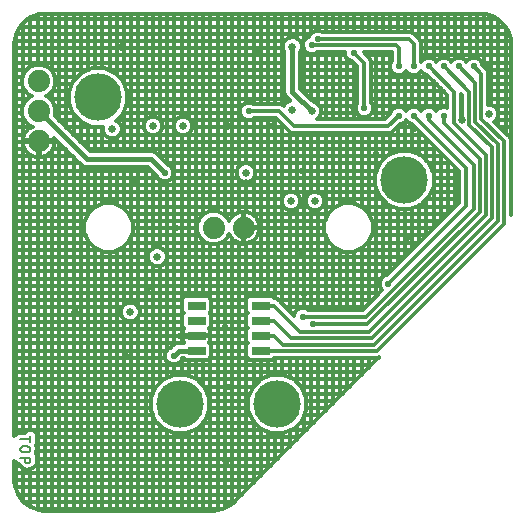
<source format=gbr>
G04 EAGLE Gerber RS-274X export*
G75*
%MOMM*%
%FSLAX34Y34*%
%LPD*%
%INTop Copper*%
%IPPOS*%
%AMOC8*
5,1,8,0,0,1.08239X$1,22.5*%
G01*
%ADD10C,0.177800*%
%ADD11C,1.879600*%
%ADD12R,1.525000X0.650000*%
%ADD13C,0.654000*%
%ADD14C,0.554000*%
%ADD15C,0.406400*%
%ADD16C,0.304800*%
%ADD17C,4.013200*%


D10*
X9779Y65363D02*
X18161Y65363D01*
X18161Y67691D02*
X18161Y63034D01*
X15833Y59157D02*
X12107Y59157D01*
X15833Y59156D02*
X15928Y59154D01*
X16023Y59148D01*
X16117Y59139D01*
X16211Y59125D01*
X16305Y59108D01*
X16397Y59087D01*
X16489Y59062D01*
X16579Y59033D01*
X16669Y59001D01*
X16757Y58965D01*
X16843Y58925D01*
X16928Y58883D01*
X17011Y58836D01*
X17092Y58786D01*
X17170Y58733D01*
X17247Y58677D01*
X17321Y58618D01*
X17393Y58556D01*
X17462Y58491D01*
X17529Y58423D01*
X17592Y58353D01*
X17653Y58279D01*
X17711Y58204D01*
X17765Y58126D01*
X17817Y58046D01*
X17865Y57964D01*
X17909Y57881D01*
X17951Y57795D01*
X17988Y57708D01*
X18022Y57619D01*
X18053Y57529D01*
X18080Y57438D01*
X18103Y57346D01*
X18122Y57253D01*
X18137Y57159D01*
X18149Y57065D01*
X18157Y56970D01*
X18161Y56875D01*
X18161Y56781D01*
X18157Y56686D01*
X18149Y56591D01*
X18137Y56497D01*
X18122Y56403D01*
X18103Y56310D01*
X18080Y56218D01*
X18053Y56127D01*
X18022Y56037D01*
X17988Y55948D01*
X17951Y55861D01*
X17909Y55775D01*
X17865Y55692D01*
X17817Y55610D01*
X17765Y55530D01*
X17711Y55452D01*
X17653Y55377D01*
X17592Y55303D01*
X17529Y55233D01*
X17462Y55165D01*
X17393Y55100D01*
X17321Y55038D01*
X17247Y54979D01*
X17170Y54923D01*
X17092Y54870D01*
X17011Y54820D01*
X16928Y54773D01*
X16843Y54731D01*
X16757Y54691D01*
X16669Y54655D01*
X16579Y54623D01*
X16489Y54594D01*
X16397Y54569D01*
X16305Y54548D01*
X16211Y54531D01*
X16117Y54517D01*
X16023Y54508D01*
X15928Y54502D01*
X15833Y54500D01*
X12107Y54500D01*
X12012Y54502D01*
X11917Y54508D01*
X11823Y54517D01*
X11729Y54531D01*
X11635Y54548D01*
X11543Y54569D01*
X11451Y54594D01*
X11361Y54623D01*
X11271Y54655D01*
X11183Y54691D01*
X11097Y54731D01*
X11012Y54773D01*
X10929Y54820D01*
X10848Y54870D01*
X10770Y54923D01*
X10693Y54979D01*
X10619Y55038D01*
X10547Y55100D01*
X10478Y55165D01*
X10411Y55233D01*
X10348Y55303D01*
X10287Y55377D01*
X10229Y55452D01*
X10175Y55530D01*
X10123Y55610D01*
X10075Y55692D01*
X10031Y55775D01*
X9989Y55861D01*
X9952Y55948D01*
X9918Y56037D01*
X9887Y56127D01*
X9860Y56218D01*
X9837Y56310D01*
X9818Y56403D01*
X9803Y56497D01*
X9791Y56591D01*
X9783Y56686D01*
X9779Y56781D01*
X9779Y56875D01*
X9783Y56970D01*
X9791Y57065D01*
X9803Y57159D01*
X9818Y57253D01*
X9837Y57346D01*
X9860Y57438D01*
X9887Y57529D01*
X9918Y57619D01*
X9952Y57708D01*
X9989Y57795D01*
X10031Y57881D01*
X10075Y57964D01*
X10123Y58046D01*
X10175Y58126D01*
X10229Y58204D01*
X10287Y58279D01*
X10348Y58353D01*
X10411Y58423D01*
X10478Y58491D01*
X10547Y58556D01*
X10619Y58618D01*
X10693Y58677D01*
X10770Y58733D01*
X10848Y58786D01*
X10929Y58836D01*
X11012Y58883D01*
X11097Y58925D01*
X11183Y58965D01*
X11271Y59001D01*
X11361Y59033D01*
X11451Y59062D01*
X11543Y59087D01*
X11635Y59108D01*
X11729Y59125D01*
X11823Y59139D01*
X11917Y59148D01*
X12012Y59154D01*
X12107Y59156D01*
X9779Y49492D02*
X18161Y49492D01*
X18161Y47164D01*
X18159Y47069D01*
X18153Y46974D01*
X18144Y46880D01*
X18130Y46786D01*
X18113Y46692D01*
X18092Y46600D01*
X18067Y46508D01*
X18038Y46418D01*
X18006Y46328D01*
X17970Y46240D01*
X17930Y46154D01*
X17888Y46069D01*
X17841Y45986D01*
X17791Y45905D01*
X17738Y45827D01*
X17682Y45750D01*
X17623Y45676D01*
X17561Y45604D01*
X17496Y45535D01*
X17428Y45468D01*
X17358Y45405D01*
X17284Y45344D01*
X17209Y45286D01*
X17131Y45232D01*
X17051Y45180D01*
X16969Y45132D01*
X16886Y45088D01*
X16800Y45046D01*
X16713Y45009D01*
X16624Y44975D01*
X16534Y44944D01*
X16443Y44917D01*
X16351Y44894D01*
X16258Y44875D01*
X16164Y44860D01*
X16070Y44848D01*
X15975Y44840D01*
X15880Y44836D01*
X15786Y44836D01*
X15691Y44840D01*
X15596Y44848D01*
X15502Y44860D01*
X15408Y44875D01*
X15315Y44894D01*
X15223Y44917D01*
X15132Y44944D01*
X15042Y44975D01*
X14953Y45009D01*
X14866Y45046D01*
X14780Y45088D01*
X14697Y45132D01*
X14615Y45180D01*
X14535Y45232D01*
X14457Y45286D01*
X14382Y45344D01*
X14308Y45405D01*
X14238Y45468D01*
X14170Y45535D01*
X14105Y45604D01*
X14043Y45676D01*
X13984Y45750D01*
X13928Y45827D01*
X13875Y45905D01*
X13825Y45986D01*
X13778Y46069D01*
X13736Y46154D01*
X13696Y46240D01*
X13660Y46328D01*
X13628Y46418D01*
X13599Y46508D01*
X13574Y46600D01*
X13553Y46692D01*
X13536Y46786D01*
X13522Y46880D01*
X13513Y46974D01*
X13507Y47069D01*
X13505Y47164D01*
X13504Y47164D02*
X13504Y49492D01*
D11*
X173480Y244350D03*
X198880Y244350D03*
X25400Y342900D03*
X25400Y317500D03*
X25400Y368300D03*
D12*
X213300Y140300D03*
X213300Y153000D03*
X213300Y165700D03*
X213300Y178400D03*
X159060Y178400D03*
X159060Y165700D03*
X159060Y153000D03*
X159060Y140300D03*
D13*
X185420Y330200D03*
X200660Y281940D03*
X210820Y393700D03*
X406400Y381000D03*
X383540Y335280D03*
D14*
X250190Y187960D03*
X182880Y160020D03*
X118110Y193040D03*
X105410Y283210D03*
D13*
X337820Y236220D03*
X184150Y46990D03*
X95250Y397510D03*
D14*
X342900Y327660D03*
X144780Y152400D03*
D15*
X158460Y152400D02*
X159060Y153000D01*
X158460Y152400D02*
X144780Y152400D01*
D14*
X99060Y135890D03*
D13*
X248920Y292100D03*
X248920Y266700D03*
X292100Y345440D03*
X223520Y330200D03*
X311150Y306070D03*
X55880Y172720D03*
D16*
X383794Y334757D02*
X383794Y356885D01*
X383286Y335265D02*
X383794Y334757D01*
X383286Y335265D02*
X383286Y357393D01*
X383794Y356885D01*
X252381Y405004D02*
X250316Y402939D01*
X249198Y400240D01*
X249198Y397320D01*
X250316Y394621D01*
X252381Y392556D01*
X255080Y391438D01*
X258000Y391438D01*
X260699Y392556D01*
X260827Y392684D01*
X284758Y392684D01*
X284758Y390970D01*
X285876Y388271D01*
X287941Y386206D01*
X290640Y385088D01*
X290821Y385088D01*
X294894Y381015D01*
X294894Y349727D01*
X294766Y349599D01*
X293648Y346900D01*
X293648Y343980D01*
X294766Y341281D01*
X296831Y339216D01*
X299530Y338098D01*
X302450Y338098D01*
X305149Y339216D01*
X307214Y341281D01*
X308332Y343980D01*
X308332Y346900D01*
X307214Y349599D01*
X307086Y349727D01*
X307086Y384753D01*
X306158Y386993D01*
X304443Y388708D01*
X300467Y392684D01*
X324104Y392684D01*
X324104Y385287D01*
X323976Y385159D01*
X322858Y382460D01*
X322858Y379540D01*
X323976Y376841D01*
X326041Y374776D01*
X328740Y373658D01*
X331660Y373658D01*
X334359Y374776D01*
X336424Y376841D01*
X336550Y377145D01*
X336676Y376841D01*
X338741Y374776D01*
X341440Y373658D01*
X344360Y373658D01*
X347059Y374776D01*
X349124Y376841D01*
X349250Y377145D01*
X349376Y376841D01*
X351441Y374776D01*
X354140Y373658D01*
X354321Y373658D01*
X371094Y356885D01*
X371094Y345880D01*
X369760Y346432D01*
X366840Y346432D01*
X364141Y345314D01*
X362076Y343249D01*
X361950Y342945D01*
X361824Y343249D01*
X359759Y345314D01*
X357060Y346432D01*
X354140Y346432D01*
X351441Y345314D01*
X349376Y343249D01*
X349250Y342945D01*
X349124Y343249D01*
X347059Y345314D01*
X344360Y346432D01*
X341440Y346432D01*
X338741Y345314D01*
X336676Y343249D01*
X336550Y342945D01*
X336424Y343249D01*
X334359Y345314D01*
X331660Y346432D01*
X328740Y346432D01*
X326041Y345314D01*
X323976Y343249D01*
X322858Y340550D01*
X322858Y340369D01*
X318785Y336296D01*
X261026Y336296D01*
X263188Y338458D01*
X264382Y341340D01*
X264382Y344460D01*
X263188Y347342D01*
X260982Y349548D01*
X258100Y350742D01*
X258037Y350742D01*
X246634Y362145D01*
X246634Y393024D01*
X246678Y393068D01*
X247872Y395950D01*
X247872Y399070D01*
X246678Y401952D01*
X244472Y404158D01*
X241590Y405352D01*
X238470Y405352D01*
X235588Y404158D01*
X233382Y401952D01*
X232188Y399070D01*
X232188Y395950D01*
X233382Y393068D01*
X233426Y393024D01*
X233426Y358096D01*
X234431Y355669D01*
X236289Y353811D01*
X236289Y353811D01*
X238200Y351900D01*
X235588Y350818D01*
X233382Y348612D01*
X232833Y347288D01*
X232053Y348068D01*
X229813Y348996D01*
X207487Y348996D01*
X207359Y349124D01*
X204660Y350242D01*
X201740Y350242D01*
X199041Y349124D01*
X196976Y347059D01*
X195858Y344360D01*
X195858Y341440D01*
X196976Y338741D01*
X199041Y336676D01*
X201740Y335558D01*
X204660Y335558D01*
X207359Y336676D01*
X207487Y336804D01*
X226075Y336804D01*
X236132Y326747D01*
X237847Y325032D01*
X240087Y324104D01*
X322523Y324104D01*
X324763Y325032D01*
X326478Y326747D01*
X331479Y331748D01*
X331660Y331748D01*
X334359Y332866D01*
X336424Y334931D01*
X336550Y335235D01*
X336676Y334931D01*
X338741Y332866D01*
X341440Y331748D01*
X341621Y331748D01*
X381254Y292115D01*
X381254Y265415D01*
X320031Y204192D01*
X319850Y204192D01*
X317151Y203074D01*
X315086Y201009D01*
X313968Y198310D01*
X313968Y195390D01*
X315086Y192691D01*
X316253Y191524D01*
X299735Y175006D01*
X253207Y175006D01*
X253079Y175134D01*
X250380Y176252D01*
X247460Y176252D01*
X244761Y175134D01*
X242696Y173069D01*
X241578Y170370D01*
X241578Y169633D01*
X227643Y183568D01*
X225403Y184496D01*
X224545Y184496D01*
X222819Y186222D01*
X203781Y186222D01*
X201103Y183544D01*
X201103Y173256D01*
X202309Y172050D01*
X201103Y170844D01*
X201103Y160556D01*
X202309Y159350D01*
X201103Y158144D01*
X201103Y147856D01*
X202309Y146650D01*
X201103Y145444D01*
X201103Y135156D01*
X203781Y132478D01*
X222819Y132478D01*
X224545Y134204D01*
X312963Y134204D01*
X313424Y134395D01*
X192605Y13577D01*
X192588Y13577D01*
X191230Y12201D01*
X191219Y12190D01*
X188756Y10003D01*
X183081Y6678D01*
X176739Y4935D01*
X173453Y4699D01*
X29972Y4699D01*
X26018Y5010D01*
X18498Y7454D01*
X12101Y12101D01*
X7454Y18498D01*
X5010Y26018D01*
X4699Y29972D01*
X4699Y46849D01*
X7517Y44031D01*
X8481Y44031D01*
X11019Y40538D01*
X11019Y40538D01*
X11019Y40538D01*
X15833Y38973D01*
X15833Y38973D01*
X20647Y40538D01*
X20647Y40538D01*
X23622Y44633D01*
X23622Y51754D01*
X22680Y52696D01*
X24023Y56828D01*
X24023Y56828D01*
X22957Y60108D01*
X23622Y60772D01*
X23622Y69953D01*
X20423Y73152D01*
X15899Y73152D01*
X13571Y70824D01*
X7517Y70824D01*
X4699Y68006D01*
X4699Y400050D01*
X5010Y404004D01*
X7454Y411524D01*
X12101Y417921D01*
X18498Y422568D01*
X26018Y425012D01*
X29972Y425323D01*
X400050Y425323D01*
X404004Y425012D01*
X411524Y422568D01*
X417921Y417921D01*
X422568Y411524D01*
X425012Y404004D01*
X425323Y400050D01*
X425323Y256569D01*
X425196Y254802D01*
X425196Y318713D01*
X424268Y320953D01*
X411176Y334045D01*
X413048Y335918D01*
X414242Y338800D01*
X414242Y341920D01*
X413048Y344802D01*
X410842Y347008D01*
X407960Y348202D01*
X406146Y348202D01*
X406146Y375863D01*
X405218Y378103D01*
X403503Y379818D01*
X401042Y382279D01*
X401042Y382460D01*
X399924Y385159D01*
X397859Y387224D01*
X395160Y388342D01*
X392240Y388342D01*
X389541Y387224D01*
X387476Y385159D01*
X387350Y384855D01*
X387224Y385159D01*
X385159Y387224D01*
X382460Y388342D01*
X379540Y388342D01*
X376841Y387224D01*
X374776Y385159D01*
X374650Y384855D01*
X374524Y385159D01*
X372459Y387224D01*
X369760Y388342D01*
X366840Y388342D01*
X364141Y387224D01*
X362076Y385159D01*
X361950Y384855D01*
X361824Y385159D01*
X359759Y387224D01*
X357060Y388342D01*
X354140Y388342D01*
X351441Y387224D01*
X349376Y385159D01*
X349250Y384855D01*
X349124Y385159D01*
X348996Y385287D01*
X348996Y401263D01*
X348068Y403503D01*
X342599Y408972D01*
X340359Y409900D01*
X265907Y409900D01*
X265779Y410028D01*
X263080Y411146D01*
X260160Y411146D01*
X257461Y410028D01*
X255396Y407963D01*
X254541Y405899D01*
X252381Y405004D01*
X251968Y99897D02*
X251968Y90095D01*
X251968Y99897D02*
X248217Y108952D01*
X241286Y115883D01*
X232231Y119634D01*
X222429Y119634D01*
X213374Y115883D01*
X206443Y108952D01*
X202692Y99897D01*
X202692Y90095D01*
X206443Y81040D01*
X213374Y74109D01*
X222429Y70358D01*
X232231Y70358D01*
X241286Y74109D01*
X248217Y81040D01*
X251968Y90095D01*
X95472Y326100D02*
X95472Y329220D01*
X94278Y332102D01*
X92072Y334308D01*
X90790Y334839D01*
X96579Y340628D01*
X100330Y349683D01*
X100330Y359485D01*
X96579Y368540D01*
X89648Y375471D01*
X80593Y379222D01*
X70791Y379222D01*
X61736Y375471D01*
X54805Y368540D01*
X51054Y359485D01*
X51054Y349683D01*
X54805Y340628D01*
X61736Y333697D01*
X70791Y329946D01*
X80089Y329946D01*
X79788Y329220D01*
X79788Y326100D01*
X80982Y323218D01*
X83188Y321012D01*
X86070Y319818D01*
X89190Y319818D01*
X92072Y321012D01*
X94278Y323218D01*
X95472Y326100D01*
X133572Y221270D02*
X133572Y218150D01*
X133572Y221270D02*
X132378Y224152D01*
X130172Y226358D01*
X127290Y227552D01*
X124170Y227552D01*
X121288Y226358D01*
X119082Y224152D01*
X117888Y221270D01*
X117888Y218150D01*
X119082Y215268D01*
X121288Y213062D01*
X124170Y211868D01*
X127290Y211868D01*
X130172Y213062D01*
X132378Y215268D01*
X133572Y218150D01*
X110712Y174280D02*
X110712Y171160D01*
X110712Y174280D02*
X109518Y177162D01*
X107312Y179368D01*
X104430Y180562D01*
X101310Y180562D01*
X98428Y179368D01*
X96222Y177162D01*
X95028Y174280D01*
X95028Y171160D01*
X96222Y168278D01*
X98428Y166072D01*
X101310Y164878D01*
X104430Y164878D01*
X107312Y166072D01*
X109518Y168278D01*
X110712Y171160D01*
X266922Y265140D02*
X266922Y268260D01*
X265728Y271142D01*
X263522Y273348D01*
X260640Y274542D01*
X257520Y274542D01*
X254638Y273348D01*
X252432Y271142D01*
X251238Y268260D01*
X251238Y265140D01*
X252432Y262258D01*
X254638Y260052D01*
X257520Y258858D01*
X260640Y258858D01*
X263522Y260052D01*
X265728Y262258D01*
X266922Y265140D01*
X246602Y265140D02*
X246602Y268260D01*
X245408Y271142D01*
X243202Y273348D01*
X240320Y274542D01*
X237200Y274542D01*
X234318Y273348D01*
X232112Y271142D01*
X230918Y268260D01*
X230918Y265140D01*
X232112Y262258D01*
X234318Y260052D01*
X237200Y258858D01*
X240320Y258858D01*
X243202Y260052D01*
X245408Y262258D01*
X246602Y265140D01*
X208502Y289270D02*
X208502Y292390D01*
X207308Y295272D01*
X205102Y297478D01*
X202220Y298672D01*
X199100Y298672D01*
X196218Y297478D01*
X194012Y295272D01*
X192818Y292390D01*
X192818Y289270D01*
X194012Y286388D01*
X196218Y284182D01*
X199100Y282988D01*
X202220Y282988D01*
X205102Y284182D01*
X207308Y286388D01*
X208502Y289270D01*
X129762Y328640D02*
X129762Y331760D01*
X128568Y334642D01*
X126362Y336848D01*
X123480Y338042D01*
X120360Y338042D01*
X117478Y336848D01*
X115272Y334642D01*
X114078Y331760D01*
X114078Y328640D01*
X115272Y325758D01*
X117478Y323552D01*
X120360Y322358D01*
X123480Y322358D01*
X126362Y323552D01*
X128568Y325758D01*
X129762Y328640D01*
X155162Y328640D02*
X155162Y331760D01*
X153968Y334642D01*
X151762Y336848D01*
X148880Y338042D01*
X145760Y338042D01*
X142878Y336848D01*
X140672Y334642D01*
X139478Y331760D01*
X139478Y328640D01*
X140672Y325758D01*
X142878Y323552D01*
X145760Y322358D01*
X148880Y322358D01*
X151762Y323552D01*
X153968Y325758D01*
X155162Y328640D01*
X170472Y148181D02*
X169937Y147255D01*
X170472Y148181D02*
X170749Y149215D01*
X170749Y152899D01*
X159161Y152899D01*
X159161Y153101D01*
X170749Y153101D01*
X170749Y156785D01*
X170472Y157819D01*
X169937Y158745D01*
X169692Y158991D01*
X171257Y160556D01*
X171257Y170844D01*
X170051Y172050D01*
X171257Y173256D01*
X171257Y183544D01*
X168579Y186222D01*
X149541Y186222D01*
X146863Y183544D01*
X146863Y173256D01*
X148069Y172050D01*
X146863Y170844D01*
X146863Y160556D01*
X148428Y158991D01*
X148183Y158745D01*
X147648Y157819D01*
X147371Y156785D01*
X147371Y153101D01*
X158959Y153101D01*
X158959Y152899D01*
X147371Y152899D01*
X147371Y149215D01*
X147648Y148181D01*
X148183Y147255D01*
X148428Y147009D01*
X148323Y146904D01*
X142796Y146904D01*
X140369Y145899D01*
X138511Y144041D01*
X137323Y142852D01*
X135541Y142114D01*
X133476Y140049D01*
X132358Y137350D01*
X132358Y134430D01*
X133476Y131731D01*
X135541Y129666D01*
X138240Y128548D01*
X141160Y128548D01*
X143859Y129666D01*
X145924Y131731D01*
X146662Y133513D01*
X146845Y133696D01*
X148323Y133696D01*
X149541Y132478D01*
X168579Y132478D01*
X171257Y135156D01*
X171257Y145444D01*
X169692Y147009D01*
X169937Y147255D01*
X199388Y244858D02*
X199388Y257812D01*
X199388Y244858D02*
X198372Y244858D01*
X198372Y257812D01*
X197821Y257812D01*
X195728Y257481D01*
X193712Y256826D01*
X191824Y255864D01*
X190110Y254618D01*
X188612Y253120D01*
X187366Y251406D01*
X186435Y249578D01*
X185323Y252263D01*
X181393Y256193D01*
X176259Y258320D01*
X170701Y258320D01*
X165567Y256193D01*
X161637Y252263D01*
X159510Y247129D01*
X159510Y241571D01*
X161637Y236437D01*
X165567Y232507D01*
X170701Y230380D01*
X176259Y230380D01*
X181393Y232507D01*
X185323Y236437D01*
X186435Y239122D01*
X187366Y237294D01*
X188612Y235580D01*
X190110Y234082D01*
X191824Y232836D01*
X193712Y231874D01*
X195728Y231219D01*
X197821Y230888D01*
X198372Y230888D01*
X198372Y243842D01*
X199388Y243842D01*
X199388Y230888D01*
X199939Y230888D01*
X202032Y231219D01*
X204048Y231874D01*
X205936Y232836D01*
X207650Y234082D01*
X209148Y235580D01*
X210394Y237294D01*
X211356Y239182D01*
X212011Y241198D01*
X212342Y243291D01*
X212342Y243842D01*
X199388Y243842D01*
X199388Y244858D01*
X212342Y244858D01*
X212342Y245409D01*
X212011Y247502D01*
X211356Y249518D01*
X210394Y251406D01*
X209148Y253120D01*
X207650Y254618D01*
X205936Y255864D01*
X204048Y256826D01*
X202032Y257481D01*
X199939Y257812D01*
X199388Y257812D01*
X105152Y248442D02*
X105152Y240258D01*
X105152Y248442D02*
X102020Y256003D01*
X96233Y261790D01*
X88672Y264922D01*
X80488Y264922D01*
X72927Y261790D01*
X67140Y256003D01*
X64008Y248442D01*
X64008Y240258D01*
X67140Y232697D01*
X72927Y226910D01*
X80488Y223778D01*
X88672Y223778D01*
X96233Y226910D01*
X102020Y232697D01*
X105152Y240258D01*
X308352Y240258D02*
X308352Y248442D01*
X305220Y256003D01*
X299433Y261790D01*
X291872Y264922D01*
X283688Y264922D01*
X276127Y261790D01*
X270340Y256003D01*
X267208Y248442D01*
X267208Y240258D01*
X270340Y232697D01*
X276127Y226910D01*
X283688Y223778D01*
X291872Y223778D01*
X299433Y226910D01*
X305220Y232697D01*
X308352Y240258D01*
X24384Y304038D02*
X24341Y304038D01*
X24384Y304038D02*
X24384Y316484D01*
X26416Y316484D01*
X26416Y304038D01*
X26459Y304038D01*
X28552Y304369D01*
X30568Y305024D01*
X32456Y305986D01*
X34170Y307232D01*
X35668Y308730D01*
X36914Y310444D01*
X37876Y312332D01*
X38531Y314348D01*
X38862Y316441D01*
X38862Y316484D01*
X26416Y316484D01*
X26416Y318516D01*
X38862Y318516D01*
X38862Y318559D01*
X38572Y320388D01*
X60441Y298519D01*
X60441Y298519D01*
X62299Y296661D01*
X64726Y295656D01*
X117915Y295656D01*
X125118Y288453D01*
X125856Y286671D01*
X127921Y284606D01*
X130620Y283488D01*
X133540Y283488D01*
X136239Y284606D01*
X138304Y286671D01*
X139422Y289370D01*
X139422Y292290D01*
X138304Y294989D01*
X136239Y297054D01*
X134457Y297792D01*
X126249Y306001D01*
X126249Y306001D01*
X124391Y307859D01*
X121964Y308864D01*
X68775Y308864D01*
X38828Y338812D01*
X39370Y340121D01*
X39370Y345679D01*
X37243Y350813D01*
X33313Y354743D01*
X31245Y355600D01*
X33313Y356457D01*
X37243Y360387D01*
X39370Y365521D01*
X39370Y371079D01*
X37243Y376213D01*
X33313Y380143D01*
X28179Y382270D01*
X22621Y382270D01*
X17487Y380143D01*
X13557Y376213D01*
X11430Y371079D01*
X11430Y365521D01*
X13557Y360387D01*
X17487Y356457D01*
X19555Y355600D01*
X17487Y354743D01*
X13557Y350813D01*
X11430Y345679D01*
X11430Y340121D01*
X13557Y334987D01*
X17487Y331057D01*
X20172Y329945D01*
X18344Y329014D01*
X16630Y327768D01*
X15132Y326270D01*
X13886Y324556D01*
X12924Y322668D01*
X12269Y320652D01*
X11938Y318559D01*
X11938Y318516D01*
X24384Y318516D01*
X24384Y316484D01*
X11938Y316484D01*
X11938Y316441D01*
X12269Y314348D01*
X12924Y312332D01*
X13886Y310444D01*
X15132Y308730D01*
X16630Y307232D01*
X18344Y305986D01*
X20232Y305024D01*
X22248Y304369D01*
X24341Y304038D01*
X359664Y289635D02*
X359664Y279833D01*
X359664Y289635D02*
X355913Y298690D01*
X348982Y305621D01*
X339927Y309372D01*
X330125Y309372D01*
X321070Y305621D01*
X314139Y298690D01*
X310388Y289635D01*
X310388Y279833D01*
X314139Y270778D01*
X321070Y263847D01*
X330125Y260096D01*
X339927Y260096D01*
X348982Y263847D01*
X355913Y270778D01*
X359664Y279833D01*
X169672Y99897D02*
X169672Y90095D01*
X169672Y99897D02*
X165921Y108952D01*
X158990Y115883D01*
X149935Y119634D01*
X140133Y119634D01*
X131078Y115883D01*
X124147Y108952D01*
X120396Y99897D01*
X120396Y90095D01*
X124147Y81040D01*
X131078Y74109D01*
X140133Y70358D01*
X149935Y70358D01*
X158990Y74109D01*
X165921Y81040D01*
X169672Y90095D01*
X180963Y6096D02*
X22676Y6096D01*
X12035Y12192D02*
X191221Y12192D01*
X197317Y18288D02*
X7606Y18288D01*
X5541Y24384D02*
X203413Y24384D01*
X209509Y30480D02*
X4699Y30480D01*
X4699Y36576D02*
X215605Y36576D01*
X9468Y42672D02*
X4699Y42672D01*
X22197Y42672D02*
X221701Y42672D01*
X227797Y48768D02*
X23622Y48768D01*
X23385Y54864D02*
X233893Y54864D01*
X239989Y60960D02*
X23622Y60960D01*
X23622Y67056D02*
X246085Y67056D01*
X133388Y73152D02*
X4699Y73152D01*
X156680Y73152D02*
X215684Y73152D01*
X238976Y73152D02*
X252181Y73152D01*
X125939Y79248D02*
X4699Y79248D01*
X164129Y79248D02*
X208235Y79248D01*
X246425Y79248D02*
X258277Y79248D01*
X122364Y85344D02*
X4699Y85344D01*
X167704Y85344D02*
X204660Y85344D01*
X250000Y85344D02*
X264373Y85344D01*
X120396Y91440D02*
X4699Y91440D01*
X169672Y91440D02*
X202692Y91440D01*
X251968Y91440D02*
X270469Y91440D01*
X120396Y97536D02*
X4699Y97536D01*
X169672Y97536D02*
X202692Y97536D01*
X251968Y97536D02*
X276565Y97536D01*
X121943Y103632D02*
X4699Y103632D01*
X168125Y103632D02*
X204239Y103632D01*
X250421Y103632D02*
X282661Y103632D01*
X124923Y109728D02*
X4699Y109728D01*
X165145Y109728D02*
X207219Y109728D01*
X247441Y109728D02*
X288757Y109728D01*
X131019Y115824D02*
X4699Y115824D01*
X159049Y115824D02*
X213315Y115824D01*
X241345Y115824D02*
X294853Y115824D01*
X300949Y121920D02*
X4699Y121920D01*
X4699Y128016D02*
X307045Y128016D01*
X132490Y134112D02*
X4699Y134112D01*
X170213Y134112D02*
X202147Y134112D01*
X224453Y134112D02*
X313141Y134112D01*
X133635Y140208D02*
X4699Y140208D01*
X171257Y140208D02*
X201103Y140208D01*
X141348Y146304D02*
X4699Y146304D01*
X170397Y146304D02*
X201963Y146304D01*
X147371Y152400D02*
X4699Y152400D01*
X170749Y152400D02*
X201103Y152400D01*
X148039Y158496D02*
X4699Y158496D01*
X170081Y158496D02*
X201455Y158496D01*
X146863Y164592D02*
X4699Y164592D01*
X171257Y164592D02*
X201103Y164592D01*
X95224Y170688D02*
X4699Y170688D01*
X110516Y170688D02*
X146863Y170688D01*
X171257Y170688D02*
X201103Y170688D01*
X240523Y170688D02*
X241710Y170688D01*
X96065Y176784D02*
X4699Y176784D01*
X109675Y176784D02*
X146863Y176784D01*
X171257Y176784D02*
X201103Y176784D01*
X234427Y176784D02*
X301513Y176784D01*
X146863Y182880D02*
X4699Y182880D01*
X171257Y182880D02*
X201103Y182880D01*
X228331Y182880D02*
X307609Y182880D01*
X313705Y188976D02*
X4699Y188976D01*
X4699Y195072D02*
X314100Y195072D01*
X315245Y201168D02*
X4699Y201168D01*
X4699Y207264D02*
X323103Y207264D01*
X120990Y213360D02*
X4699Y213360D01*
X130470Y213360D02*
X329199Y213360D01*
X117888Y219456D02*
X4699Y219456D01*
X133572Y219456D02*
X335295Y219456D01*
X76205Y225552D02*
X4699Y225552D01*
X92955Y225552D02*
X120482Y225552D01*
X130978Y225552D02*
X279405Y225552D01*
X296155Y225552D02*
X341391Y225552D01*
X68189Y231648D02*
X4699Y231648D01*
X100971Y231648D02*
X167640Y231648D01*
X179320Y231648D02*
X194409Y231648D01*
X198372Y231648D02*
X199388Y231648D01*
X203351Y231648D02*
X271389Y231648D01*
X304171Y231648D02*
X347487Y231648D01*
X65049Y237744D02*
X4699Y237744D01*
X104111Y237744D02*
X161095Y237744D01*
X185865Y237744D02*
X187137Y237744D01*
X198372Y237744D02*
X199388Y237744D01*
X210623Y237744D02*
X268249Y237744D01*
X307311Y237744D02*
X353583Y237744D01*
X64008Y243840D02*
X4699Y243840D01*
X105152Y243840D02*
X159510Y243840D01*
X198372Y243840D02*
X199388Y243840D01*
X212342Y243840D02*
X267208Y243840D01*
X308352Y243840D02*
X359679Y243840D01*
X64627Y249936D02*
X4699Y249936D01*
X104533Y249936D02*
X160673Y249936D01*
X186287Y249936D02*
X186618Y249936D01*
X198372Y249936D02*
X199388Y249936D01*
X211143Y249936D02*
X267827Y249936D01*
X307733Y249936D02*
X365775Y249936D01*
X67169Y256032D02*
X4699Y256032D01*
X101991Y256032D02*
X165405Y256032D01*
X181555Y256032D02*
X192155Y256032D01*
X198372Y256032D02*
X199388Y256032D01*
X205605Y256032D02*
X270369Y256032D01*
X305191Y256032D02*
X371871Y256032D01*
X425196Y256032D02*
X425284Y256032D01*
X73743Y262128D02*
X4699Y262128D01*
X95417Y262128D02*
X232242Y262128D01*
X245278Y262128D02*
X252562Y262128D01*
X265598Y262128D02*
X276943Y262128D01*
X298617Y262128D02*
X325219Y262128D01*
X344832Y262128D02*
X377967Y262128D01*
X425196Y262128D02*
X425323Y262128D01*
X230918Y268224D02*
X4699Y268224D01*
X246602Y268224D02*
X251238Y268224D01*
X266922Y268224D02*
X316693Y268224D01*
X353359Y268224D02*
X381254Y268224D01*
X425196Y268224D02*
X425323Y268224D01*
X236664Y274320D02*
X4699Y274320D01*
X240856Y274320D02*
X256984Y274320D01*
X261176Y274320D02*
X312672Y274320D01*
X357380Y274320D02*
X381254Y274320D01*
X425196Y274320D02*
X425323Y274320D01*
X310388Y280416D02*
X4699Y280416D01*
X359664Y280416D02*
X381254Y280416D01*
X425196Y280416D02*
X425323Y280416D01*
X126015Y286512D02*
X4699Y286512D01*
X138145Y286512D02*
X193960Y286512D01*
X207360Y286512D02*
X310388Y286512D01*
X359664Y286512D02*
X381254Y286512D01*
X425196Y286512D02*
X425323Y286512D01*
X120963Y292608D02*
X4699Y292608D01*
X139290Y292608D02*
X192908Y292608D01*
X208412Y292608D02*
X311620Y292608D01*
X358432Y292608D02*
X380761Y292608D01*
X425196Y292608D02*
X425323Y292608D01*
X60257Y298704D02*
X4699Y298704D01*
X133545Y298704D02*
X314153Y298704D01*
X355899Y298704D02*
X374665Y298704D01*
X425196Y298704D02*
X425323Y298704D01*
X20923Y304800D02*
X4699Y304800D01*
X24384Y304800D02*
X26416Y304800D01*
X29877Y304800D02*
X54161Y304800D01*
X127449Y304800D02*
X320249Y304800D01*
X349803Y304800D02*
X368569Y304800D01*
X425196Y304800D02*
X425323Y304800D01*
X13656Y310896D02*
X4699Y310896D01*
X24384Y310896D02*
X26416Y310896D01*
X37144Y310896D02*
X48065Y310896D01*
X66743Y310896D02*
X362473Y310896D01*
X425196Y310896D02*
X425323Y310896D01*
X24384Y316992D02*
X4699Y316992D01*
X26416Y316992D02*
X41969Y316992D01*
X60647Y316992D02*
X356377Y316992D01*
X425196Y316992D02*
X425323Y316992D01*
X13139Y323088D02*
X4699Y323088D01*
X54551Y323088D02*
X81112Y323088D01*
X94148Y323088D02*
X118598Y323088D01*
X125242Y323088D02*
X143998Y323088D01*
X150642Y323088D02*
X350281Y323088D01*
X422133Y323088D02*
X425323Y323088D01*
X18679Y329184D02*
X4699Y329184D01*
X48455Y329184D02*
X79788Y329184D01*
X95472Y329184D02*
X114078Y329184D01*
X129762Y329184D02*
X139478Y329184D01*
X155162Y329184D02*
X233695Y329184D01*
X328915Y329184D02*
X344185Y329184D01*
X416037Y329184D02*
X425323Y329184D01*
X13435Y335280D02*
X4699Y335280D01*
X42359Y335280D02*
X60153Y335280D01*
X91231Y335280D02*
X115910Y335280D01*
X127930Y335280D02*
X141310Y335280D01*
X153330Y335280D02*
X227599Y335280D01*
X383286Y335280D02*
X383794Y335280D01*
X412410Y335280D02*
X425323Y335280D01*
X11430Y341376D02*
X4699Y341376D01*
X39370Y341376D02*
X54495Y341376D01*
X96889Y341376D02*
X195884Y341376D01*
X264382Y341376D02*
X294726Y341376D01*
X307254Y341376D02*
X323200Y341376D01*
X383286Y341376D02*
X383794Y341376D01*
X414242Y341376D02*
X425323Y341376D01*
X12173Y347472D02*
X4699Y347472D01*
X38627Y347472D02*
X51970Y347472D01*
X99414Y347472D02*
X197389Y347472D01*
X232649Y347472D02*
X232910Y347472D01*
X263058Y347472D02*
X293885Y347472D01*
X308095Y347472D02*
X371094Y347472D01*
X383286Y347472D02*
X383794Y347472D01*
X409722Y347472D02*
X425323Y347472D01*
X16311Y353568D02*
X4699Y353568D01*
X34489Y353568D02*
X51054Y353568D01*
X100330Y353568D02*
X236533Y353568D01*
X255211Y353568D02*
X294894Y353568D01*
X307086Y353568D02*
X371094Y353568D01*
X383286Y353568D02*
X383794Y353568D01*
X406146Y353568D02*
X425323Y353568D01*
X14279Y359664D02*
X4699Y359664D01*
X36521Y359664D02*
X51128Y359664D01*
X100256Y359664D02*
X233426Y359664D01*
X249115Y359664D02*
X294894Y359664D01*
X307086Y359664D02*
X368315Y359664D01*
X406146Y359664D02*
X425323Y359664D01*
X11430Y365760D02*
X4699Y365760D01*
X39370Y365760D02*
X53653Y365760D01*
X97731Y365760D02*
X233426Y365760D01*
X246634Y365760D02*
X294894Y365760D01*
X307086Y365760D02*
X362219Y365760D01*
X406146Y365760D02*
X425323Y365760D01*
X11752Y371856D02*
X4699Y371856D01*
X39048Y371856D02*
X58121Y371856D01*
X93263Y371856D02*
X233426Y371856D01*
X246634Y371856D02*
X294894Y371856D01*
X307086Y371856D02*
X356123Y371856D01*
X406146Y371856D02*
X425323Y371856D01*
X15295Y377952D02*
X4699Y377952D01*
X35505Y377952D02*
X67725Y377952D01*
X83659Y377952D02*
X233426Y377952D01*
X246634Y377952D02*
X294894Y377952D01*
X307086Y377952D02*
X323516Y377952D01*
X405281Y377952D02*
X425323Y377952D01*
X233426Y384048D02*
X4699Y384048D01*
X246634Y384048D02*
X291861Y384048D01*
X307086Y384048D02*
X323516Y384048D01*
X400384Y384048D02*
X425323Y384048D01*
X233426Y390144D02*
X4699Y390144D01*
X246634Y390144D02*
X285100Y390144D01*
X303007Y390144D02*
X324104Y390144D01*
X348996Y390144D02*
X425323Y390144D01*
X232188Y396240D02*
X4699Y396240D01*
X247872Y396240D02*
X249645Y396240D01*
X348996Y396240D02*
X425323Y396240D01*
X233766Y402336D02*
X4879Y402336D01*
X246294Y402336D02*
X250066Y402336D01*
X348551Y402336D02*
X425143Y402336D01*
X255865Y408432D02*
X6449Y408432D01*
X343139Y408432D02*
X423573Y408432D01*
X420386Y414528D02*
X9636Y414528D01*
X15822Y420624D02*
X414200Y420624D01*
X6096Y45452D02*
X6096Y22676D01*
X6096Y69403D02*
X6096Y407346D01*
X12192Y40156D02*
X12192Y12035D01*
X12192Y70824D02*
X12192Y314837D01*
X12192Y316484D02*
X12192Y318516D01*
X12192Y320163D02*
X12192Y338282D01*
X12192Y347518D02*
X12192Y363682D01*
X12192Y372918D02*
X12192Y417987D01*
X18288Y39771D02*
X18288Y7606D01*
X18288Y73152D02*
X18288Y306027D01*
X18288Y316484D02*
X18288Y318516D01*
X18288Y328973D02*
X18288Y330725D01*
X18288Y355075D02*
X18288Y356125D01*
X18288Y380475D02*
X18288Y422416D01*
X24384Y316484D02*
X24384Y5541D01*
X24384Y382270D02*
X24384Y424481D01*
X30480Y304996D02*
X30480Y4699D01*
X30480Y316484D02*
X30480Y318516D01*
X30480Y381317D02*
X30480Y425323D01*
X36576Y309980D02*
X36576Y4699D01*
X36576Y316484D02*
X36576Y318516D01*
X36576Y351481D02*
X36576Y359719D01*
X36576Y376881D02*
X36576Y425323D01*
X42672Y316289D02*
X42672Y4699D01*
X42672Y334967D02*
X42672Y425323D01*
X48768Y310193D02*
X48768Y4699D01*
X48768Y328871D02*
X48768Y425323D01*
X54864Y304097D02*
X54864Y4699D01*
X54864Y322775D02*
X54864Y340569D01*
X54864Y368599D02*
X54864Y425323D01*
X60960Y298001D02*
X60960Y4699D01*
X60960Y316679D02*
X60960Y334473D01*
X60960Y374695D02*
X60960Y425323D01*
X67056Y232899D02*
X67056Y4699D01*
X67056Y255801D02*
X67056Y295656D01*
X67056Y310583D02*
X67056Y331493D01*
X67056Y377675D02*
X67056Y425323D01*
X73152Y226817D02*
X73152Y4699D01*
X73152Y261883D02*
X73152Y295656D01*
X73152Y308864D02*
X73152Y329946D01*
X73152Y379222D02*
X73152Y425323D01*
X79248Y224292D02*
X79248Y4699D01*
X79248Y264408D02*
X79248Y295656D01*
X79248Y308864D02*
X79248Y329946D01*
X79248Y379222D02*
X79248Y425323D01*
X85344Y223778D02*
X85344Y4699D01*
X85344Y264922D02*
X85344Y295656D01*
X85344Y308864D02*
X85344Y320119D01*
X85344Y377254D02*
X85344Y425323D01*
X91440Y224925D02*
X91440Y4699D01*
X91440Y263775D02*
X91440Y295656D01*
X91440Y308864D02*
X91440Y320750D01*
X91440Y334570D02*
X91440Y335489D01*
X91440Y373679D02*
X91440Y425323D01*
X97536Y166964D02*
X97536Y4699D01*
X97536Y178476D02*
X97536Y228213D01*
X97536Y260487D02*
X97536Y295656D01*
X97536Y308864D02*
X97536Y342938D01*
X97536Y366230D02*
X97536Y425323D01*
X103632Y164878D02*
X103632Y4699D01*
X103632Y180562D02*
X103632Y236588D01*
X103632Y252112D02*
X103632Y295656D01*
X103632Y308864D02*
X103632Y425323D01*
X109728Y168785D02*
X109728Y4699D01*
X109728Y176655D02*
X109728Y295656D01*
X109728Y308864D02*
X109728Y425323D01*
X115824Y295656D02*
X115824Y4699D01*
X115824Y308864D02*
X115824Y325206D01*
X115824Y335194D02*
X115824Y425323D01*
X121920Y86416D02*
X121920Y4699D01*
X121920Y103576D02*
X121920Y212800D01*
X121920Y226620D02*
X121920Y291651D01*
X121920Y308864D02*
X121920Y322358D01*
X121920Y338042D02*
X121920Y425323D01*
X128016Y77171D02*
X128016Y4699D01*
X128016Y112821D02*
X128016Y212169D01*
X128016Y227251D02*
X128016Y284566D01*
X128016Y304233D02*
X128016Y325206D01*
X128016Y335194D02*
X128016Y425323D01*
X134112Y72852D02*
X134112Y4699D01*
X134112Y117140D02*
X134112Y131095D01*
X134112Y140685D02*
X134112Y283725D01*
X134112Y298137D02*
X134112Y425323D01*
X140208Y70358D02*
X140208Y4699D01*
X140208Y119634D02*
X140208Y128548D01*
X140208Y145737D02*
X140208Y326878D01*
X140208Y333522D02*
X140208Y425323D01*
X146304Y70358D02*
X146304Y4699D01*
X146304Y119634D02*
X146304Y132648D01*
X146304Y146904D02*
X146304Y322358D01*
X146304Y338042D02*
X146304Y425323D01*
X152400Y71379D02*
X152400Y4699D01*
X152400Y118613D02*
X152400Y132478D01*
X152400Y152899D02*
X152400Y153101D01*
X152400Y186222D02*
X152400Y324190D01*
X152400Y336210D02*
X152400Y425323D01*
X158496Y73904D02*
X158496Y4699D01*
X158496Y116088D02*
X158496Y132478D01*
X158496Y152899D02*
X158496Y153101D01*
X158496Y186222D02*
X158496Y425323D01*
X164592Y79711D02*
X164592Y4699D01*
X164592Y110281D02*
X164592Y132478D01*
X164592Y152899D02*
X164592Y153101D01*
X164592Y186222D02*
X164592Y233481D01*
X164592Y255219D02*
X164592Y425323D01*
X170688Y134587D02*
X170688Y4699D01*
X170688Y146013D02*
X170688Y148987D01*
X170688Y152899D02*
X170688Y153101D01*
X170688Y157013D02*
X170688Y159987D01*
X170688Y171413D02*
X170688Y172687D01*
X170688Y184113D02*
X170688Y230385D01*
X170688Y258315D02*
X170688Y425323D01*
X176784Y230598D02*
X176784Y4948D01*
X176784Y258102D02*
X176784Y425323D01*
X182880Y233993D02*
X182880Y6623D01*
X182880Y254707D02*
X182880Y425323D01*
X188976Y235216D02*
X188976Y10198D01*
X188976Y253484D02*
X188976Y425323D01*
X195072Y231433D02*
X195072Y16043D01*
X195072Y257267D02*
X195072Y285328D01*
X195072Y296332D02*
X195072Y425323D01*
X201168Y135091D02*
X201168Y22139D01*
X201168Y145509D02*
X201168Y147791D01*
X201168Y158209D02*
X201168Y160491D01*
X201168Y170909D02*
X201168Y173191D01*
X201168Y183609D02*
X201168Y231083D01*
X201168Y243842D02*
X201168Y244858D01*
X201168Y257617D02*
X201168Y282988D01*
X201168Y298672D02*
X201168Y335795D01*
X201168Y350005D02*
X201168Y425323D01*
X207264Y80219D02*
X207264Y28235D01*
X207264Y109773D02*
X207264Y132478D01*
X207264Y186222D02*
X207264Y233801D01*
X207264Y243842D02*
X207264Y244858D01*
X207264Y254899D02*
X207264Y286344D01*
X207264Y295316D02*
X207264Y336636D01*
X207264Y349164D02*
X207264Y425323D01*
X213360Y74123D02*
X213360Y34331D01*
X213360Y115869D02*
X213360Y132478D01*
X213360Y186222D02*
X213360Y336804D01*
X213360Y348996D02*
X213360Y425323D01*
X219456Y71590D02*
X219456Y40427D01*
X219456Y118402D02*
X219456Y132478D01*
X219456Y186222D02*
X219456Y336804D01*
X219456Y348996D02*
X219456Y425323D01*
X225552Y70358D02*
X225552Y46523D01*
X225552Y119634D02*
X225552Y134204D01*
X225552Y184434D02*
X225552Y336804D01*
X225552Y348996D02*
X225552Y425323D01*
X231648Y70358D02*
X231648Y52619D01*
X231648Y119634D02*
X231648Y134204D01*
X231648Y179563D02*
X231648Y263378D01*
X231648Y270022D02*
X231648Y331231D01*
X231648Y348236D02*
X231648Y425323D01*
X237744Y72642D02*
X237744Y58715D01*
X237744Y117350D02*
X237744Y134204D01*
X237744Y173467D02*
X237744Y258858D01*
X237744Y274542D02*
X237744Y325135D01*
X237744Y351711D02*
X237744Y352357D01*
X237744Y405051D02*
X237744Y425323D01*
X243840Y76663D02*
X243840Y64811D01*
X243840Y113329D02*
X243840Y134204D01*
X243840Y174213D02*
X243840Y260690D01*
X243840Y272710D02*
X243840Y324104D01*
X243840Y404420D02*
X243840Y425323D01*
X249936Y85190D02*
X249936Y70907D01*
X249936Y104802D02*
X249936Y134204D01*
X249936Y176252D02*
X249936Y324104D01*
X249936Y358843D02*
X249936Y395538D01*
X249936Y402022D02*
X249936Y425323D01*
X256032Y134204D02*
X256032Y77003D01*
X256032Y175006D02*
X256032Y259474D01*
X256032Y273926D02*
X256032Y324104D01*
X256032Y352747D02*
X256032Y391438D01*
X256032Y408599D02*
X256032Y425323D01*
X262128Y134204D02*
X262128Y83099D01*
X262128Y175006D02*
X262128Y259474D01*
X262128Y273926D02*
X262128Y324104D01*
X262128Y336296D02*
X262128Y337398D01*
X262128Y348402D02*
X262128Y392684D01*
X262128Y411146D02*
X262128Y425323D01*
X268224Y134204D02*
X268224Y89195D01*
X268224Y175006D02*
X268224Y237805D01*
X268224Y250895D02*
X268224Y324104D01*
X268224Y336296D02*
X268224Y392684D01*
X268224Y409900D02*
X268224Y425323D01*
X274320Y134204D02*
X274320Y95291D01*
X274320Y175006D02*
X274320Y228717D01*
X274320Y259983D02*
X274320Y324104D01*
X274320Y336296D02*
X274320Y392684D01*
X274320Y409900D02*
X274320Y425323D01*
X280416Y134204D02*
X280416Y101387D01*
X280416Y175006D02*
X280416Y225133D01*
X280416Y263567D02*
X280416Y324104D01*
X280416Y336296D02*
X280416Y392684D01*
X280416Y409900D02*
X280416Y425323D01*
X286512Y134204D02*
X286512Y107483D01*
X286512Y175006D02*
X286512Y223778D01*
X286512Y264922D02*
X286512Y324104D01*
X286512Y336296D02*
X286512Y387635D01*
X286512Y409900D02*
X286512Y425323D01*
X292608Y134204D02*
X292608Y113579D01*
X292608Y175006D02*
X292608Y224083D01*
X292608Y264617D02*
X292608Y324104D01*
X292608Y336296D02*
X292608Y383301D01*
X292608Y409900D02*
X292608Y425323D01*
X298704Y134204D02*
X298704Y119675D01*
X298704Y175006D02*
X298704Y226608D01*
X298704Y262092D02*
X298704Y324104D01*
X298704Y336296D02*
X298704Y338440D01*
X298704Y409900D02*
X298704Y425323D01*
X304800Y134204D02*
X304800Y125771D01*
X304800Y180071D02*
X304800Y232277D01*
X304800Y256423D02*
X304800Y324104D01*
X304800Y336296D02*
X304800Y339071D01*
X304800Y388351D02*
X304800Y392684D01*
X304800Y409900D02*
X304800Y425323D01*
X310896Y134204D02*
X310896Y131867D01*
X310896Y186167D02*
X310896Y278607D01*
X310896Y290861D02*
X310896Y324104D01*
X310896Y336296D02*
X310896Y392684D01*
X310896Y409900D02*
X310896Y425323D01*
X316992Y267925D02*
X316992Y202915D01*
X316992Y301543D02*
X316992Y324104D01*
X316992Y336296D02*
X316992Y392684D01*
X316992Y409900D02*
X316992Y425323D01*
X323088Y263011D02*
X323088Y207249D01*
X323088Y306457D02*
X323088Y324338D01*
X323088Y341106D02*
X323088Y378984D01*
X323088Y383016D02*
X323088Y392684D01*
X323088Y409900D02*
X323088Y425323D01*
X329184Y260486D02*
X329184Y213345D01*
X329184Y308982D02*
X329184Y329453D01*
X329184Y346432D02*
X329184Y373658D01*
X329184Y409900D02*
X329184Y425323D01*
X335280Y260096D02*
X335280Y219441D01*
X335280Y309372D02*
X335280Y333787D01*
X335280Y344393D02*
X335280Y375697D01*
X335280Y409900D02*
X335280Y425323D01*
X341376Y260696D02*
X341376Y225537D01*
X341376Y308772D02*
X341376Y331774D01*
X341376Y346406D02*
X341376Y373684D01*
X341376Y409479D02*
X341376Y425323D01*
X347472Y263221D02*
X347472Y231633D01*
X347472Y306247D02*
X347472Y325897D01*
X347472Y344901D02*
X347472Y375189D01*
X347472Y404099D02*
X347472Y425323D01*
X353568Y268433D02*
X353568Y237729D01*
X353568Y301035D02*
X353568Y319801D01*
X353568Y346195D02*
X353568Y373895D01*
X353568Y388105D02*
X353568Y425323D01*
X359664Y313705D02*
X359664Y243825D01*
X359664Y345354D02*
X359664Y368315D01*
X359664Y387264D02*
X359664Y425323D01*
X365760Y307609D02*
X365760Y249921D01*
X365760Y345985D02*
X365760Y362219D01*
X365760Y387895D02*
X365760Y425323D01*
X371856Y301513D02*
X371856Y256017D01*
X371856Y387474D02*
X371856Y425323D01*
X377952Y295417D02*
X377952Y262113D01*
X377952Y387684D02*
X377952Y425323D01*
X384048Y425323D02*
X384048Y387684D01*
X390144Y387474D02*
X390144Y425323D01*
X396240Y425323D02*
X396240Y387895D01*
X402336Y380985D02*
X402336Y425143D01*
X408432Y423573D02*
X408432Y348006D01*
X414528Y330693D02*
X414528Y420386D01*
X420624Y414200D02*
X420624Y324597D01*
D13*
X247650Y220980D03*
X140970Y243840D03*
D14*
X185420Y109220D03*
D13*
X147320Y330200D03*
X121920Y330200D03*
X200660Y290830D03*
X406400Y340360D03*
X238760Y266700D03*
X259080Y266700D03*
X102870Y172720D03*
X240030Y344170D03*
X125730Y219710D03*
X87630Y327660D03*
D17*
X75692Y354584D03*
X335026Y284734D03*
X145034Y94996D03*
X227330Y94996D03*
D15*
X66040Y302260D02*
X25400Y342900D01*
X120650Y302260D02*
X132080Y290830D01*
D14*
X132080Y290830D03*
D15*
X120650Y302260D02*
X66040Y302260D01*
D14*
X342900Y339090D03*
X321310Y196850D03*
D16*
X387350Y262890D01*
X387350Y294640D01*
X342900Y339090D01*
D14*
X248920Y168910D03*
D16*
X302260Y168910D01*
X393700Y260350D01*
X393700Y297180D01*
D14*
X355600Y339090D03*
D16*
X355600Y335280D02*
X393700Y297180D01*
X355600Y335280D02*
X355600Y339090D01*
D14*
X368300Y339090D03*
X257810Y162560D03*
D16*
X303530Y162560D01*
X368300Y332740D02*
X368300Y339090D01*
X398780Y257810D02*
X303530Y162560D01*
X398780Y257810D02*
X398780Y302260D01*
X368300Y332740D01*
D14*
X330200Y339090D03*
X203200Y342900D03*
D16*
X228600Y342900D01*
X241300Y330200D01*
X321310Y330200D02*
X330200Y339090D01*
X321310Y330200D02*
X241300Y330200D01*
X224190Y165700D02*
X213300Y165700D01*
X224190Y165700D02*
X238760Y151130D01*
X307340Y151130D01*
X408940Y252730D01*
X408940Y312420D01*
D14*
X368300Y381000D03*
D16*
X389890Y359410D01*
X389890Y331470D02*
X408940Y312420D01*
X389890Y331470D02*
X389890Y359410D01*
X311750Y140300D02*
X213300Y140300D01*
X419100Y247650D02*
X419100Y317500D01*
X419100Y247650D02*
X311750Y140300D01*
D14*
X393700Y381000D03*
D16*
X400050Y374650D01*
X400050Y336550D02*
X419100Y317500D01*
X400050Y336550D02*
X400050Y374650D01*
X309210Y145380D02*
X232350Y145380D01*
X224730Y153000D01*
X213300Y153000D01*
X414020Y250190D02*
X414020Y314960D01*
X414020Y250190D02*
X309210Y145380D01*
D14*
X381000Y381000D03*
D16*
X394970Y367030D01*
X394970Y334010D02*
X414020Y314960D01*
X394970Y334010D02*
X394970Y367030D01*
X224190Y178400D02*
X213300Y178400D01*
X403860Y255270D02*
X403860Y306070D01*
X403860Y255270D02*
X304800Y156210D01*
X246380Y156210D01*
X224190Y178400D01*
D14*
X355600Y381000D03*
D16*
X377190Y359410D01*
X377190Y332740D02*
X403860Y306070D01*
X377190Y332740D02*
X377190Y359410D01*
D14*
X139700Y135890D03*
D15*
X144110Y140300D01*
X159060Y140300D01*
D13*
X240030Y397510D03*
D15*
X240030Y359410D01*
X256540Y342900D01*
D13*
X256540Y342900D03*
D14*
X292100Y392430D03*
D16*
X300990Y383540D01*
X300990Y345440D01*
D14*
X300990Y345440D03*
X256540Y398780D03*
D16*
X327660Y398780D01*
X330200Y396240D02*
X330200Y381000D01*
D14*
X330200Y381000D03*
D16*
X330200Y396240D02*
X327660Y398780D01*
D14*
X261620Y403804D03*
D16*
X339146Y403804D01*
X342900Y400050D02*
X342900Y381000D01*
D14*
X342900Y381000D03*
D16*
X342900Y400050D02*
X339146Y403804D01*
M02*

</source>
